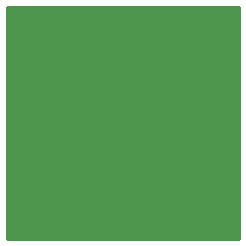
<source format=gbr>
G04 #@! TF.FileFunction,Copper,L2,Bot,Signal*
%FSLAX46Y46*%
G04 Gerber Fmt 4.6, Leading zero omitted, Abs format (unit mm)*
G04 Created by KiCad (PCBNEW 4.0.5) date 07/26/17 09:26:50*
%MOMM*%
%LPD*%
G01*
G04 APERTURE LIST*
%ADD10C,0.100000*%
%ADD11C,0.600000*%
%ADD12C,0.254000*%
G04 APERTURE END LIST*
D10*
D11*
X108000000Y-147940000D03*
D12*
G36*
X117798000Y-154798000D02*
X98202000Y-154798000D01*
X98202000Y-135202000D01*
X117798000Y-135202000D01*
X117798000Y-154798000D01*
X117798000Y-154798000D01*
G37*
X117798000Y-154798000D02*
X98202000Y-154798000D01*
X98202000Y-135202000D01*
X117798000Y-135202000D01*
X117798000Y-154798000D01*
M02*

</source>
